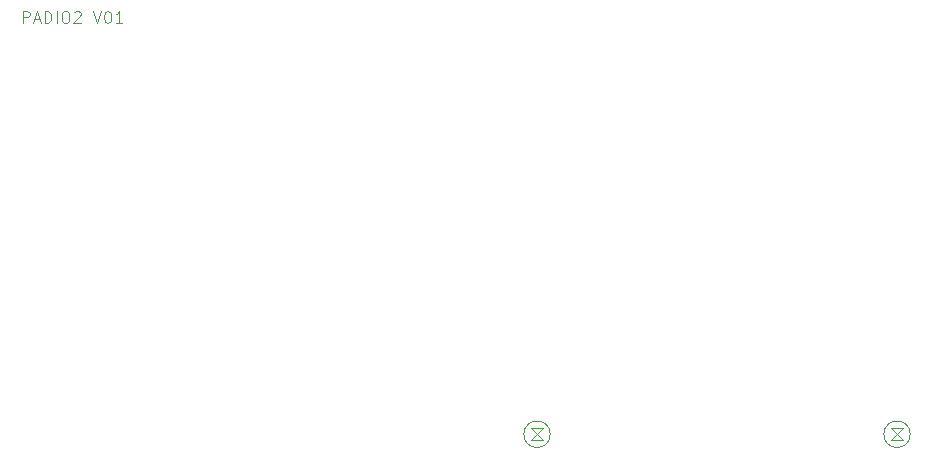
<source format=gbr>
%TF.GenerationSoftware,KiCad,Pcbnew,9.0.0*%
%TF.CreationDate,2025-07-25T23:50:21+02:00*%
%TF.ProjectId,xioboxconn_empty,78696f62-6f78-4636-9f6e-6e5f656d7074,rev?*%
%TF.SameCoordinates,PX73b0b30PY6adbf50*%
%TF.FileFunction,Legend,Top*%
%TF.FilePolarity,Positive*%
%FSLAX46Y46*%
G04 Gerber Fmt 4.6, Leading zero omitted, Abs format (unit mm)*
G04 Created by KiCad (PCBNEW 9.0.0) date 2025-07-25 23:50:21*
%MOMM*%
%LPD*%
G01*
G04 APERTURE LIST*
%ADD10C,0.100000*%
G04 APERTURE END LIST*
D10*
X-43537616Y34834581D02*
X-43537616Y35834581D01*
X-43537616Y35834581D02*
X-43156664Y35834581D01*
X-43156664Y35834581D02*
X-43061426Y35786962D01*
X-43061426Y35786962D02*
X-43013807Y35739343D01*
X-43013807Y35739343D02*
X-42966188Y35644105D01*
X-42966188Y35644105D02*
X-42966188Y35501248D01*
X-42966188Y35501248D02*
X-43013807Y35406010D01*
X-43013807Y35406010D02*
X-43061426Y35358391D01*
X-43061426Y35358391D02*
X-43156664Y35310772D01*
X-43156664Y35310772D02*
X-43537616Y35310772D01*
X-42585235Y35120296D02*
X-42109045Y35120296D01*
X-42680473Y34834581D02*
X-42347140Y35834581D01*
X-42347140Y35834581D02*
X-42013807Y34834581D01*
X-41680473Y34834581D02*
X-41680473Y35834581D01*
X-41680473Y35834581D02*
X-41442378Y35834581D01*
X-41442378Y35834581D02*
X-41299521Y35786962D01*
X-41299521Y35786962D02*
X-41204283Y35691724D01*
X-41204283Y35691724D02*
X-41156664Y35596486D01*
X-41156664Y35596486D02*
X-41109045Y35406010D01*
X-41109045Y35406010D02*
X-41109045Y35263153D01*
X-41109045Y35263153D02*
X-41156664Y35072677D01*
X-41156664Y35072677D02*
X-41204283Y34977439D01*
X-41204283Y34977439D02*
X-41299521Y34882200D01*
X-41299521Y34882200D02*
X-41442378Y34834581D01*
X-41442378Y34834581D02*
X-41680473Y34834581D01*
X-40680473Y34834581D02*
X-40680473Y35834581D01*
X-40013807Y35834581D02*
X-39823331Y35834581D01*
X-39823331Y35834581D02*
X-39728093Y35786962D01*
X-39728093Y35786962D02*
X-39632855Y35691724D01*
X-39632855Y35691724D02*
X-39585236Y35501248D01*
X-39585236Y35501248D02*
X-39585236Y35167915D01*
X-39585236Y35167915D02*
X-39632855Y34977439D01*
X-39632855Y34977439D02*
X-39728093Y34882200D01*
X-39728093Y34882200D02*
X-39823331Y34834581D01*
X-39823331Y34834581D02*
X-40013807Y34834581D01*
X-40013807Y34834581D02*
X-40109045Y34882200D01*
X-40109045Y34882200D02*
X-40204283Y34977439D01*
X-40204283Y34977439D02*
X-40251902Y35167915D01*
X-40251902Y35167915D02*
X-40251902Y35501248D01*
X-40251902Y35501248D02*
X-40204283Y35691724D01*
X-40204283Y35691724D02*
X-40109045Y35786962D01*
X-40109045Y35786962D02*
X-40013807Y35834581D01*
X-39204283Y35739343D02*
X-39156664Y35786962D01*
X-39156664Y35786962D02*
X-39061426Y35834581D01*
X-39061426Y35834581D02*
X-38823331Y35834581D01*
X-38823331Y35834581D02*
X-38728093Y35786962D01*
X-38728093Y35786962D02*
X-38680474Y35739343D01*
X-38680474Y35739343D02*
X-38632855Y35644105D01*
X-38632855Y35644105D02*
X-38632855Y35548867D01*
X-38632855Y35548867D02*
X-38680474Y35406010D01*
X-38680474Y35406010D02*
X-39251902Y34834581D01*
X-39251902Y34834581D02*
X-38632855Y34834581D01*
X-37585235Y35834581D02*
X-37251902Y34834581D01*
X-37251902Y34834581D02*
X-36918569Y35834581D01*
X-36394759Y35834581D02*
X-36299521Y35834581D01*
X-36299521Y35834581D02*
X-36204283Y35786962D01*
X-36204283Y35786962D02*
X-36156664Y35739343D01*
X-36156664Y35739343D02*
X-36109045Y35644105D01*
X-36109045Y35644105D02*
X-36061426Y35453629D01*
X-36061426Y35453629D02*
X-36061426Y35215534D01*
X-36061426Y35215534D02*
X-36109045Y35025058D01*
X-36109045Y35025058D02*
X-36156664Y34929820D01*
X-36156664Y34929820D02*
X-36204283Y34882200D01*
X-36204283Y34882200D02*
X-36299521Y34834581D01*
X-36299521Y34834581D02*
X-36394759Y34834581D01*
X-36394759Y34834581D02*
X-36489997Y34882200D01*
X-36489997Y34882200D02*
X-36537616Y34929820D01*
X-36537616Y34929820D02*
X-36585235Y35025058D01*
X-36585235Y35025058D02*
X-36632854Y35215534D01*
X-36632854Y35215534D02*
X-36632854Y35453629D01*
X-36632854Y35453629D02*
X-36585235Y35644105D01*
X-36585235Y35644105D02*
X-36537616Y35739343D01*
X-36537616Y35739343D02*
X-36489997Y35786962D01*
X-36489997Y35786962D02*
X-36394759Y35834581D01*
X-35109045Y34834581D02*
X-35680473Y34834581D01*
X-35394759Y34834581D02*
X-35394759Y35834581D01*
X-35394759Y35834581D02*
X-35489997Y35691724D01*
X-35489997Y35691724D02*
X-35585235Y35596486D01*
X-35585235Y35596486D02*
X-35680473Y35548867D01*
%TO.C,J3*%
X29980000Y500000D02*
X30480000Y0D01*
X29980000Y-500000D02*
X30980000Y500000D01*
X29980000Y-500000D02*
X30980000Y-500000D01*
X30980000Y500000D02*
X29980000Y500000D01*
X30980000Y-500000D02*
X30480000Y0D01*
X31598034Y0D02*
G75*
G02*
X29361966Y0I-1118034J0D01*
G01*
X29361966Y0D02*
G75*
G02*
X31598034Y0I1118034J0D01*
G01*
%TO.C,J2*%
X-500000Y500000D02*
X0Y0D01*
X-500000Y-500000D02*
X500000Y500000D01*
X-500000Y-500000D02*
X500000Y-500000D01*
X500000Y500000D02*
X-500000Y500000D01*
X500000Y-500000D02*
X0Y0D01*
X1118034Y0D02*
G75*
G02*
X-1118034Y0I-1118034J0D01*
G01*
X-1118034Y0D02*
G75*
G02*
X1118034Y0I1118034J0D01*
G01*
%TD*%
M02*

</source>
